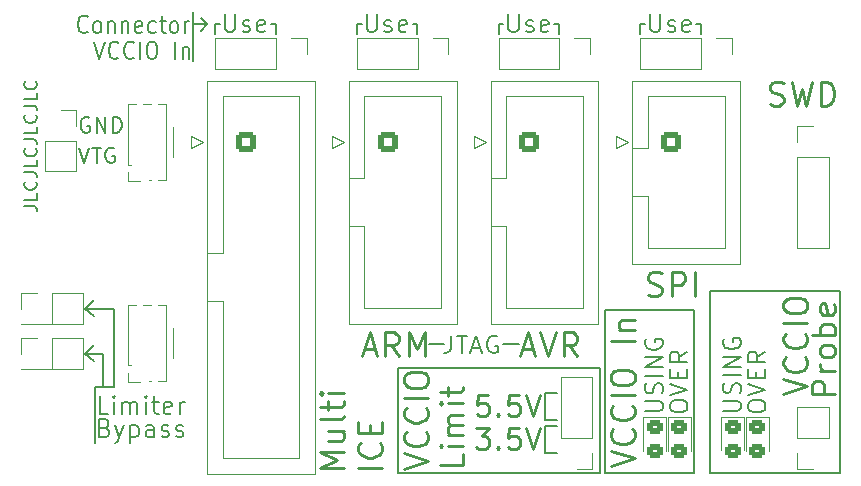
<source format=gbr>
G04 #@! TF.GenerationSoftware,KiCad,Pcbnew,(6.0.0-0)*
G04 #@! TF.CreationDate,2022-01-14T20:36:58+01:00*
G04 #@! TF.ProjectId,ATMEL-ICE-Octopus,41544d45-4c2d-4494-9345-2d4f63746f70,rev?*
G04 #@! TF.SameCoordinates,Original*
G04 #@! TF.FileFunction,Legend,Top*
G04 #@! TF.FilePolarity,Positive*
%FSLAX46Y46*%
G04 Gerber Fmt 4.6, Leading zero omitted, Abs format (unit mm)*
G04 Created by KiCad (PCBNEW (6.0.0-0)) date 2022-01-14 20:36:58*
%MOMM*%
%LPD*%
G01*
G04 APERTURE LIST*
G04 Aperture macros list*
%AMRoundRect*
0 Rectangle with rounded corners*
0 $1 Rounding radius*
0 $2 $3 $4 $5 $6 $7 $8 $9 X,Y pos of 4 corners*
0 Add a 4 corners polygon primitive as box body*
4,1,4,$2,$3,$4,$5,$6,$7,$8,$9,$2,$3,0*
0 Add four circle primitives for the rounded corners*
1,1,$1+$1,$2,$3*
1,1,$1+$1,$4,$5*
1,1,$1+$1,$6,$7*
1,1,$1+$1,$8,$9*
0 Add four rect primitives between the rounded corners*
20,1,$1+$1,$2,$3,$4,$5,0*
20,1,$1+$1,$4,$5,$6,$7,0*
20,1,$1+$1,$6,$7,$8,$9,0*
20,1,$1+$1,$8,$9,$2,$3,0*%
G04 Aperture macros list end*
%ADD10C,0.150000*%
%ADD11C,0.250000*%
%ADD12C,0.180000*%
%ADD13C,0.154000*%
%ADD14C,0.200000*%
%ADD15C,0.220000*%
%ADD16C,0.120000*%
%ADD17R,1.700000X1.700000*%
%ADD18O,1.700000X1.700000*%
%ADD19R,1.000000X1.000000*%
%ADD20O,1.000000X1.000000*%
%ADD21RoundRect,0.250000X-0.600000X-0.600000X0.600000X-0.600000X0.600000X0.600000X-0.600000X0.600000X0*%
%ADD22C,1.700000*%
%ADD23RoundRect,0.250000X-0.450000X0.325000X-0.450000X-0.325000X0.450000X-0.325000X0.450000X0.325000X0*%
G04 APERTURE END LIST*
D10*
X122900000Y-110600000D02*
X140000000Y-110600000D01*
D11*
X128404761Y-117908928D02*
X128404761Y-118861309D01*
X126404761Y-118861309D01*
X128404761Y-117242261D02*
X127071428Y-117242261D01*
X126404761Y-117242261D02*
X126500000Y-117337500D01*
X126595238Y-117242261D01*
X126500000Y-117147023D01*
X126404761Y-117242261D01*
X126595238Y-117242261D01*
X128404761Y-116289880D02*
X127071428Y-116289880D01*
X127261904Y-116289880D02*
X127166666Y-116194642D01*
X127071428Y-116004166D01*
X127071428Y-115718452D01*
X127166666Y-115527976D01*
X127357142Y-115432738D01*
X128404761Y-115432738D01*
X127357142Y-115432738D02*
X127166666Y-115337500D01*
X127071428Y-115147023D01*
X127071428Y-114861309D01*
X127166666Y-114670833D01*
X127357142Y-114575595D01*
X128404761Y-114575595D01*
X128404761Y-113623214D02*
X127071428Y-113623214D01*
X126404761Y-113623214D02*
X126500000Y-113718452D01*
X126595238Y-113623214D01*
X126500000Y-113527976D01*
X126404761Y-113623214D01*
X126595238Y-113623214D01*
X127071428Y-112956547D02*
X127071428Y-112194642D01*
X126404761Y-112670833D02*
X128119047Y-112670833D01*
X128309523Y-112575595D01*
X128404761Y-112385119D01*
X128404761Y-112194642D01*
D12*
X95870809Y-91958095D02*
X96304142Y-93258095D01*
X96737476Y-91958095D01*
X96985095Y-91958095D02*
X97727952Y-91958095D01*
X97356523Y-93258095D02*
X97356523Y-91958095D01*
X98842238Y-92020000D02*
X98718428Y-91958095D01*
X98532714Y-91958095D01*
X98347000Y-92020000D01*
X98223190Y-92143809D01*
X98161285Y-92267619D01*
X98099380Y-92515238D01*
X98099380Y-92700952D01*
X98161285Y-92948571D01*
X98223190Y-93072380D01*
X98347000Y-93196190D01*
X98532714Y-93258095D01*
X98656523Y-93258095D01*
X98842238Y-93196190D01*
X98904142Y-93134285D01*
X98904142Y-92700952D01*
X98656523Y-92700952D01*
D13*
X91197619Y-96880952D02*
X91983333Y-96880952D01*
X92140476Y-96933333D01*
X92245238Y-97038095D01*
X92297619Y-97195238D01*
X92297619Y-97300000D01*
X92297619Y-95833333D02*
X92297619Y-96357142D01*
X91197619Y-96357142D01*
X92192857Y-94838095D02*
X92245238Y-94890476D01*
X92297619Y-95047619D01*
X92297619Y-95152380D01*
X92245238Y-95309523D01*
X92140476Y-95414285D01*
X92035714Y-95466666D01*
X91826190Y-95519047D01*
X91669047Y-95519047D01*
X91459523Y-95466666D01*
X91354761Y-95414285D01*
X91250000Y-95309523D01*
X91197619Y-95152380D01*
X91197619Y-95047619D01*
X91250000Y-94890476D01*
X91302380Y-94838095D01*
X91197619Y-94052380D02*
X91983333Y-94052380D01*
X92140476Y-94104761D01*
X92245238Y-94209523D01*
X92297619Y-94366666D01*
X92297619Y-94471428D01*
X92297619Y-93004761D02*
X92297619Y-93528571D01*
X91197619Y-93528571D01*
X92192857Y-92009523D02*
X92245238Y-92061904D01*
X92297619Y-92219047D01*
X92297619Y-92323809D01*
X92245238Y-92480952D01*
X92140476Y-92585714D01*
X92035714Y-92638095D01*
X91826190Y-92690476D01*
X91669047Y-92690476D01*
X91459523Y-92638095D01*
X91354761Y-92585714D01*
X91250000Y-92480952D01*
X91197619Y-92323809D01*
X91197619Y-92219047D01*
X91250000Y-92061904D01*
X91302380Y-92009523D01*
X91197619Y-91223809D02*
X91983333Y-91223809D01*
X92140476Y-91276190D01*
X92245238Y-91380952D01*
X92297619Y-91538095D01*
X92297619Y-91642857D01*
X92297619Y-90176190D02*
X92297619Y-90700000D01*
X91197619Y-90700000D01*
X92192857Y-89180952D02*
X92245238Y-89233333D01*
X92297619Y-89390476D01*
X92297619Y-89495238D01*
X92245238Y-89652380D01*
X92140476Y-89757142D01*
X92035714Y-89809523D01*
X91826190Y-89861904D01*
X91669047Y-89861904D01*
X91459523Y-89809523D01*
X91354761Y-89757142D01*
X91250000Y-89652380D01*
X91197619Y-89495238D01*
X91197619Y-89390476D01*
X91250000Y-89233333D01*
X91302380Y-89180952D01*
X91197619Y-88395238D02*
X91983333Y-88395238D01*
X92140476Y-88447619D01*
X92245238Y-88552380D01*
X92297619Y-88709523D01*
X92297619Y-88814285D01*
X92297619Y-87347619D02*
X92297619Y-87871428D01*
X91197619Y-87871428D01*
X92192857Y-86352380D02*
X92245238Y-86404761D01*
X92297619Y-86561904D01*
X92297619Y-86666666D01*
X92245238Y-86823809D01*
X92140476Y-86928571D01*
X92035714Y-86980952D01*
X91826190Y-87033333D01*
X91669047Y-87033333D01*
X91459523Y-86980952D01*
X91354761Y-86928571D01*
X91250000Y-86823809D01*
X91197619Y-86666666D01*
X91197619Y-86561904D01*
X91250000Y-86404761D01*
X91302380Y-86352380D01*
D14*
X135300000Y-117800000D02*
X136300000Y-117800000D01*
X135300000Y-115500000D02*
X136300000Y-115500000D01*
X135300000Y-115000000D02*
X136300000Y-115000000D01*
D10*
X96400000Y-105600000D02*
X97100000Y-106200000D01*
X96400000Y-105600000D02*
X97100000Y-104900000D01*
X96400000Y-109400000D02*
X97100000Y-110000000D01*
X96400000Y-109400000D02*
X97100000Y-108700000D01*
X97200000Y-112200000D02*
X98800000Y-112200000D01*
X97200000Y-112200000D02*
X97200000Y-117000000D01*
X106700000Y-81500000D02*
X106200000Y-82100000D01*
X106700000Y-81500000D02*
X106200000Y-81000000D01*
X105600000Y-81500000D02*
X106700000Y-81500000D01*
X105500000Y-80500000D02*
X105500000Y-84600000D01*
X143800000Y-81500000D02*
X143400000Y-81500000D01*
X148500000Y-82300000D02*
X148500000Y-81500000D01*
X143400000Y-82300000D02*
X143400000Y-81500000D01*
X148500000Y-81500000D02*
X148100000Y-81500000D01*
D14*
X144221428Y-80678571D02*
X144221428Y-81892857D01*
X144292857Y-82035714D01*
X144364285Y-82107142D01*
X144507142Y-82178571D01*
X144792857Y-82178571D01*
X144935714Y-82107142D01*
X145007142Y-82035714D01*
X145078571Y-81892857D01*
X145078571Y-80678571D01*
X145721428Y-82107142D02*
X145864285Y-82178571D01*
X146150000Y-82178571D01*
X146292857Y-82107142D01*
X146364285Y-81964285D01*
X146364285Y-81892857D01*
X146292857Y-81750000D01*
X146150000Y-81678571D01*
X145935714Y-81678571D01*
X145792857Y-81607142D01*
X145721428Y-81464285D01*
X145721428Y-81392857D01*
X145792857Y-81250000D01*
X145935714Y-81178571D01*
X146150000Y-81178571D01*
X146292857Y-81250000D01*
X147578571Y-82107142D02*
X147435714Y-82178571D01*
X147150000Y-82178571D01*
X147007142Y-82107142D01*
X146935714Y-81964285D01*
X146935714Y-81392857D01*
X147007142Y-81250000D01*
X147150000Y-81178571D01*
X147435714Y-81178571D01*
X147578571Y-81250000D01*
X147650000Y-81392857D01*
X147650000Y-81535714D01*
X146935714Y-81678571D01*
D10*
X136500000Y-82300000D02*
X136500000Y-81500000D01*
X131400000Y-82300000D02*
X131400000Y-81500000D01*
X136500000Y-81500000D02*
X136100000Y-81500000D01*
X131800000Y-81500000D02*
X131400000Y-81500000D01*
D14*
X132221428Y-80678571D02*
X132221428Y-81892857D01*
X132292857Y-82035714D01*
X132364285Y-82107142D01*
X132507142Y-82178571D01*
X132792857Y-82178571D01*
X132935714Y-82107142D01*
X133007142Y-82035714D01*
X133078571Y-81892857D01*
X133078571Y-80678571D01*
X133721428Y-82107142D02*
X133864285Y-82178571D01*
X134150000Y-82178571D01*
X134292857Y-82107142D01*
X134364285Y-81964285D01*
X134364285Y-81892857D01*
X134292857Y-81750000D01*
X134150000Y-81678571D01*
X133935714Y-81678571D01*
X133792857Y-81607142D01*
X133721428Y-81464285D01*
X133721428Y-81392857D01*
X133792857Y-81250000D01*
X133935714Y-81178571D01*
X134150000Y-81178571D01*
X134292857Y-81250000D01*
X135578571Y-82107142D02*
X135435714Y-82178571D01*
X135150000Y-82178571D01*
X135007142Y-82107142D01*
X134935714Y-81964285D01*
X134935714Y-81392857D01*
X135007142Y-81250000D01*
X135150000Y-81178571D01*
X135435714Y-81178571D01*
X135578571Y-81250000D01*
X135650000Y-81392857D01*
X135650000Y-81535714D01*
X134935714Y-81678571D01*
D10*
X119800000Y-81500000D02*
X119400000Y-81500000D01*
X119400000Y-82300000D02*
X119400000Y-81500000D01*
X124500000Y-82300000D02*
X124500000Y-81500000D01*
X124500000Y-81500000D02*
X124100000Y-81500000D01*
D14*
X120221428Y-80678571D02*
X120221428Y-81892857D01*
X120292857Y-82035714D01*
X120364285Y-82107142D01*
X120507142Y-82178571D01*
X120792857Y-82178571D01*
X120935714Y-82107142D01*
X121007142Y-82035714D01*
X121078571Y-81892857D01*
X121078571Y-80678571D01*
X121721428Y-82107142D02*
X121864285Y-82178571D01*
X122150000Y-82178571D01*
X122292857Y-82107142D01*
X122364285Y-81964285D01*
X122364285Y-81892857D01*
X122292857Y-81750000D01*
X122150000Y-81678571D01*
X121935714Y-81678571D01*
X121792857Y-81607142D01*
X121721428Y-81464285D01*
X121721428Y-81392857D01*
X121792857Y-81250000D01*
X121935714Y-81178571D01*
X122150000Y-81178571D01*
X122292857Y-81250000D01*
X123578571Y-82107142D02*
X123435714Y-82178571D01*
X123150000Y-82178571D01*
X123007142Y-82107142D01*
X122935714Y-81964285D01*
X122935714Y-81392857D01*
X123007142Y-81250000D01*
X123150000Y-81178571D01*
X123435714Y-81178571D01*
X123578571Y-81250000D01*
X123650000Y-81392857D01*
X123650000Y-81535714D01*
X122935714Y-81678571D01*
D10*
X112500000Y-81500000D02*
X112100000Y-81500000D01*
X107400000Y-82300000D02*
X107400000Y-81500000D01*
D14*
X131750000Y-108600000D02*
X133100000Y-108600000D01*
D10*
X160300000Y-104100000D02*
X149300000Y-104100000D01*
X122900000Y-119500000D02*
X140000000Y-119500000D01*
X147900000Y-119500000D02*
X140400000Y-119500000D01*
X96400000Y-105600000D02*
X98800000Y-105600000D01*
X140000000Y-110600000D02*
X140000000Y-119500000D01*
D14*
X135300000Y-117800000D02*
X135300000Y-115500000D01*
D10*
X96400000Y-109400000D02*
X97900000Y-109400000D01*
D14*
X135300000Y-112700000D02*
X135300000Y-115000000D01*
D10*
X97900000Y-109400000D02*
X97900000Y-112200000D01*
X112500000Y-82300000D02*
X112500000Y-81500000D01*
X98800000Y-105600000D02*
X98800000Y-112200000D01*
X149300000Y-119500000D02*
X160300000Y-119500000D01*
D14*
X135300000Y-112700000D02*
X136300000Y-112700000D01*
D10*
X149300000Y-104100000D02*
X149300000Y-119500000D01*
D14*
X126800000Y-108600000D02*
X125500000Y-108600000D01*
D10*
X107800000Y-81500000D02*
X107400000Y-81500000D01*
X122900000Y-110600000D02*
X122900000Y-119500000D01*
X147900000Y-105700000D02*
X147900000Y-119500000D01*
X160300000Y-119500000D02*
X160300000Y-104100000D01*
X140400000Y-105700000D02*
X140400000Y-119500000D01*
X147900000Y-105700000D02*
X140400000Y-105700000D01*
D14*
X152478571Y-114014285D02*
X152478571Y-113728571D01*
X152550000Y-113585714D01*
X152692857Y-113442857D01*
X152978571Y-113371428D01*
X153478571Y-113371428D01*
X153764285Y-113442857D01*
X153907142Y-113585714D01*
X153978571Y-113728571D01*
X153978571Y-114014285D01*
X153907142Y-114157142D01*
X153764285Y-114300000D01*
X153478571Y-114371428D01*
X152978571Y-114371428D01*
X152692857Y-114300000D01*
X152550000Y-114157142D01*
X152478571Y-114014285D01*
X152478571Y-112942857D02*
X153978571Y-112442857D01*
X152478571Y-111942857D01*
X153192857Y-111442857D02*
X153192857Y-110942857D01*
X153978571Y-110728571D02*
X153978571Y-111442857D01*
X152478571Y-111442857D01*
X152478571Y-110728571D01*
X153978571Y-109228571D02*
X153264285Y-109728571D01*
X153978571Y-110085714D02*
X152478571Y-110085714D01*
X152478571Y-109514285D01*
X152550000Y-109371428D01*
X152621428Y-109300000D01*
X152764285Y-109228571D01*
X152978571Y-109228571D01*
X153121428Y-109300000D01*
X153192857Y-109371428D01*
X153264285Y-109514285D01*
X153264285Y-110085714D01*
X127350000Y-107878571D02*
X127350000Y-108950000D01*
X127278571Y-109164285D01*
X127135714Y-109307142D01*
X126921428Y-109378571D01*
X126778571Y-109378571D01*
X127850000Y-107878571D02*
X128707142Y-107878571D01*
X128278571Y-109378571D02*
X128278571Y-107878571D01*
X129135714Y-108950000D02*
X129850000Y-108950000D01*
X128992857Y-109378571D02*
X129492857Y-107878571D01*
X129992857Y-109378571D01*
X131278571Y-107950000D02*
X131135714Y-107878571D01*
X130921428Y-107878571D01*
X130707142Y-107950000D01*
X130564285Y-108092857D01*
X130492857Y-108235714D01*
X130421428Y-108521428D01*
X130421428Y-108735714D01*
X130492857Y-109021428D01*
X130564285Y-109164285D01*
X130707142Y-109307142D01*
X130921428Y-109378571D01*
X131064285Y-109378571D01*
X131278571Y-109307142D01*
X131350000Y-109235714D01*
X131350000Y-108735714D01*
X131064285Y-108735714D01*
X145878571Y-114014285D02*
X145878571Y-113728571D01*
X145950000Y-113585714D01*
X146092857Y-113442857D01*
X146378571Y-113371428D01*
X146878571Y-113371428D01*
X147164285Y-113442857D01*
X147307142Y-113585714D01*
X147378571Y-113728571D01*
X147378571Y-114014285D01*
X147307142Y-114157142D01*
X147164285Y-114300000D01*
X146878571Y-114371428D01*
X146378571Y-114371428D01*
X146092857Y-114300000D01*
X145950000Y-114157142D01*
X145878571Y-114014285D01*
X145878571Y-112942857D02*
X147378571Y-112442857D01*
X145878571Y-111942857D01*
X146592857Y-111442857D02*
X146592857Y-110942857D01*
X147378571Y-110728571D02*
X147378571Y-111442857D01*
X145878571Y-111442857D01*
X145878571Y-110728571D01*
X147378571Y-109228571D02*
X146664285Y-109728571D01*
X147378571Y-110085714D02*
X145878571Y-110085714D01*
X145878571Y-109514285D01*
X145950000Y-109371428D01*
X146021428Y-109300000D01*
X146164285Y-109228571D01*
X146378571Y-109228571D01*
X146521428Y-109300000D01*
X146592857Y-109371428D01*
X146664285Y-109514285D01*
X146664285Y-110085714D01*
D11*
X133366666Y-109033333D02*
X134319047Y-109033333D01*
X133176190Y-109604761D02*
X133842857Y-107604761D01*
X134509523Y-109604761D01*
X134890476Y-107604761D02*
X135557142Y-109604761D01*
X136223809Y-107604761D01*
X138033333Y-109604761D02*
X137366666Y-108652380D01*
X136890476Y-109604761D02*
X136890476Y-107604761D01*
X137652380Y-107604761D01*
X137842857Y-107700000D01*
X137938095Y-107795238D01*
X138033333Y-107985714D01*
X138033333Y-108271428D01*
X137938095Y-108461904D01*
X137842857Y-108557142D01*
X137652380Y-108652380D01*
X136890476Y-108652380D01*
X144052380Y-104409523D02*
X144338095Y-104504761D01*
X144814285Y-104504761D01*
X145004761Y-104409523D01*
X145100000Y-104314285D01*
X145195238Y-104123809D01*
X145195238Y-103933333D01*
X145100000Y-103742857D01*
X145004761Y-103647619D01*
X144814285Y-103552380D01*
X144433333Y-103457142D01*
X144242857Y-103361904D01*
X144147619Y-103266666D01*
X144052380Y-103076190D01*
X144052380Y-102885714D01*
X144147619Y-102695238D01*
X144242857Y-102600000D01*
X144433333Y-102504761D01*
X144909523Y-102504761D01*
X145195238Y-102600000D01*
X146052380Y-104504761D02*
X146052380Y-102504761D01*
X146814285Y-102504761D01*
X147004761Y-102600000D01*
X147100000Y-102695238D01*
X147195238Y-102885714D01*
X147195238Y-103171428D01*
X147100000Y-103361904D01*
X147004761Y-103457142D01*
X146814285Y-103552380D01*
X146052380Y-103552380D01*
X148052380Y-104504761D02*
X148052380Y-102504761D01*
X119980952Y-109033333D02*
X120933333Y-109033333D01*
X119790476Y-109604761D02*
X120457142Y-107604761D01*
X121123809Y-109604761D01*
X122933333Y-109604761D02*
X122266666Y-108652380D01*
X121790476Y-109604761D02*
X121790476Y-107604761D01*
X122552380Y-107604761D01*
X122742857Y-107700000D01*
X122838095Y-107795238D01*
X122933333Y-107985714D01*
X122933333Y-108271428D01*
X122838095Y-108461904D01*
X122742857Y-108557142D01*
X122552380Y-108652380D01*
X121790476Y-108652380D01*
X123790476Y-109604761D02*
X123790476Y-107604761D01*
X124457142Y-109033333D01*
X125123809Y-107604761D01*
X125123809Y-109604761D01*
D14*
X150378571Y-114252857D02*
X151592857Y-114252857D01*
X151735714Y-114181428D01*
X151807142Y-114110000D01*
X151878571Y-113967142D01*
X151878571Y-113681428D01*
X151807142Y-113538571D01*
X151735714Y-113467142D01*
X151592857Y-113395714D01*
X150378571Y-113395714D01*
X151807142Y-112752857D02*
X151878571Y-112538571D01*
X151878571Y-112181428D01*
X151807142Y-112038571D01*
X151735714Y-111967142D01*
X151592857Y-111895714D01*
X151450000Y-111895714D01*
X151307142Y-111967142D01*
X151235714Y-112038571D01*
X151164285Y-112181428D01*
X151092857Y-112467142D01*
X151021428Y-112610000D01*
X150950000Y-112681428D01*
X150807142Y-112752857D01*
X150664285Y-112752857D01*
X150521428Y-112681428D01*
X150450000Y-112610000D01*
X150378571Y-112467142D01*
X150378571Y-112110000D01*
X150450000Y-111895714D01*
X151878571Y-111252857D02*
X150378571Y-111252857D01*
X151878571Y-110538571D02*
X150378571Y-110538571D01*
X151878571Y-109681428D01*
X150378571Y-109681428D01*
X150450000Y-108181428D02*
X150378571Y-108324285D01*
X150378571Y-108538571D01*
X150450000Y-108752857D01*
X150592857Y-108895714D01*
X150735714Y-108967142D01*
X151021428Y-109038571D01*
X151235714Y-109038571D01*
X151521428Y-108967142D01*
X151664285Y-108895714D01*
X151807142Y-108752857D01*
X151878571Y-108538571D01*
X151878571Y-108395714D01*
X151807142Y-108181428D01*
X151735714Y-108110000D01*
X151235714Y-108110000D01*
X151235714Y-108395714D01*
D12*
X96737476Y-89450000D02*
X96613666Y-89388095D01*
X96427952Y-89388095D01*
X96242238Y-89450000D01*
X96118428Y-89573809D01*
X96056523Y-89697619D01*
X95994619Y-89945238D01*
X95994619Y-90130952D01*
X96056523Y-90378571D01*
X96118428Y-90502380D01*
X96242238Y-90626190D01*
X96427952Y-90688095D01*
X96551761Y-90688095D01*
X96737476Y-90626190D01*
X96799380Y-90564285D01*
X96799380Y-90130952D01*
X96551761Y-90130952D01*
X97356523Y-90688095D02*
X97356523Y-89388095D01*
X98099380Y-90688095D01*
X98099380Y-89388095D01*
X98718428Y-90688095D02*
X98718428Y-89388095D01*
X99027952Y-89388095D01*
X99213666Y-89450000D01*
X99337476Y-89573809D01*
X99399380Y-89697619D01*
X99461285Y-89945238D01*
X99461285Y-90130952D01*
X99399380Y-90378571D01*
X99337476Y-90502380D01*
X99213666Y-90626190D01*
X99027952Y-90688095D01*
X98718428Y-90688095D01*
D11*
X123404761Y-119147023D02*
X125404761Y-118480357D01*
X123404761Y-117813690D01*
X125214285Y-116004166D02*
X125309523Y-116099404D01*
X125404761Y-116385119D01*
X125404761Y-116575595D01*
X125309523Y-116861309D01*
X125119047Y-117051785D01*
X124928571Y-117147023D01*
X124547619Y-117242261D01*
X124261904Y-117242261D01*
X123880952Y-117147023D01*
X123690476Y-117051785D01*
X123500000Y-116861309D01*
X123404761Y-116575595D01*
X123404761Y-116385119D01*
X123500000Y-116099404D01*
X123595238Y-116004166D01*
X125214285Y-114004166D02*
X125309523Y-114099404D01*
X125404761Y-114385119D01*
X125404761Y-114575595D01*
X125309523Y-114861309D01*
X125119047Y-115051785D01*
X124928571Y-115147023D01*
X124547619Y-115242261D01*
X124261904Y-115242261D01*
X123880952Y-115147023D01*
X123690476Y-115051785D01*
X123500000Y-114861309D01*
X123404761Y-114575595D01*
X123404761Y-114385119D01*
X123500000Y-114099404D01*
X123595238Y-114004166D01*
X125404761Y-113147023D02*
X123404761Y-113147023D01*
X123404761Y-111813690D02*
X123404761Y-111432738D01*
X123500000Y-111242261D01*
X123690476Y-111051785D01*
X124071428Y-110956547D01*
X124738095Y-110956547D01*
X125119047Y-111051785D01*
X125309523Y-111242261D01*
X125404761Y-111432738D01*
X125404761Y-111813690D01*
X125309523Y-112004166D01*
X125119047Y-112194642D01*
X124738095Y-112289880D01*
X124071428Y-112289880D01*
X123690476Y-112194642D01*
X123500000Y-112004166D01*
X123404761Y-111813690D01*
D15*
X129485571Y-115714285D02*
X130599857Y-115714285D01*
X129999857Y-116400000D01*
X130257000Y-116400000D01*
X130428428Y-116485714D01*
X130514142Y-116571428D01*
X130599857Y-116742857D01*
X130599857Y-117171428D01*
X130514142Y-117342857D01*
X130428428Y-117428571D01*
X130257000Y-117514285D01*
X129742714Y-117514285D01*
X129571285Y-117428571D01*
X129485571Y-117342857D01*
X131371285Y-117342857D02*
X131457000Y-117428571D01*
X131371285Y-117514285D01*
X131285571Y-117428571D01*
X131371285Y-117342857D01*
X131371285Y-117514285D01*
X133085571Y-115714285D02*
X132228428Y-115714285D01*
X132142714Y-116571428D01*
X132228428Y-116485714D01*
X132399857Y-116400000D01*
X132828428Y-116400000D01*
X132999857Y-116485714D01*
X133085571Y-116571428D01*
X133171285Y-116742857D01*
X133171285Y-117171428D01*
X133085571Y-117342857D01*
X132999857Y-117428571D01*
X132828428Y-117514285D01*
X132399857Y-117514285D01*
X132228428Y-117428571D01*
X132142714Y-117342857D01*
X133685571Y-115714285D02*
X134285571Y-117514285D01*
X134885571Y-115714285D01*
D11*
X118294761Y-119061309D02*
X116294761Y-119061309D01*
X117723333Y-118394642D01*
X116294761Y-117727976D01*
X118294761Y-117727976D01*
X116961428Y-115918452D02*
X118294761Y-115918452D01*
X116961428Y-116775595D02*
X118009047Y-116775595D01*
X118199523Y-116680357D01*
X118294761Y-116489880D01*
X118294761Y-116204166D01*
X118199523Y-116013690D01*
X118104285Y-115918452D01*
X118294761Y-114680357D02*
X118199523Y-114870833D01*
X118009047Y-114966071D01*
X116294761Y-114966071D01*
X116961428Y-114204166D02*
X116961428Y-113442261D01*
X116294761Y-113918452D02*
X118009047Y-113918452D01*
X118199523Y-113823214D01*
X118294761Y-113632738D01*
X118294761Y-113442261D01*
X118294761Y-112775595D02*
X116961428Y-112775595D01*
X116294761Y-112775595D02*
X116390000Y-112870833D01*
X116485238Y-112775595D01*
X116390000Y-112680357D01*
X116294761Y-112775595D01*
X116485238Y-112775595D01*
X121514761Y-119061309D02*
X119514761Y-119061309D01*
X121324285Y-116966071D02*
X121419523Y-117061309D01*
X121514761Y-117347023D01*
X121514761Y-117537500D01*
X121419523Y-117823214D01*
X121229047Y-118013690D01*
X121038571Y-118108928D01*
X120657619Y-118204166D01*
X120371904Y-118204166D01*
X119990952Y-118108928D01*
X119800476Y-118013690D01*
X119610000Y-117823214D01*
X119514761Y-117537500D01*
X119514761Y-117347023D01*
X119610000Y-117061309D01*
X119705238Y-116966071D01*
X120467142Y-116108928D02*
X120467142Y-115442261D01*
X121514761Y-115156547D02*
X121514761Y-116108928D01*
X119514761Y-116108928D01*
X119514761Y-115156547D01*
D14*
X108221428Y-80678571D02*
X108221428Y-81892857D01*
X108292857Y-82035714D01*
X108364285Y-82107142D01*
X108507142Y-82178571D01*
X108792857Y-82178571D01*
X108935714Y-82107142D01*
X109007142Y-82035714D01*
X109078571Y-81892857D01*
X109078571Y-80678571D01*
X109721428Y-82107142D02*
X109864285Y-82178571D01*
X110150000Y-82178571D01*
X110292857Y-82107142D01*
X110364285Y-81964285D01*
X110364285Y-81892857D01*
X110292857Y-81750000D01*
X110150000Y-81678571D01*
X109935714Y-81678571D01*
X109792857Y-81607142D01*
X109721428Y-81464285D01*
X109721428Y-81392857D01*
X109792857Y-81250000D01*
X109935714Y-81178571D01*
X110150000Y-81178571D01*
X110292857Y-81250000D01*
X111578571Y-82107142D02*
X111435714Y-82178571D01*
X111150000Y-82178571D01*
X111007142Y-82107142D01*
X110935714Y-81964285D01*
X110935714Y-81392857D01*
X111007142Y-81250000D01*
X111150000Y-81178571D01*
X111435714Y-81178571D01*
X111578571Y-81250000D01*
X111650000Y-81392857D01*
X111650000Y-81535714D01*
X110935714Y-81678571D01*
X98314285Y-114478571D02*
X97600000Y-114478571D01*
X97600000Y-112978571D01*
X98814285Y-114478571D02*
X98814285Y-113478571D01*
X98814285Y-112978571D02*
X98742857Y-113050000D01*
X98814285Y-113121428D01*
X98885714Y-113050000D01*
X98814285Y-112978571D01*
X98814285Y-113121428D01*
X99528571Y-114478571D02*
X99528571Y-113478571D01*
X99528571Y-113621428D02*
X99600000Y-113550000D01*
X99742857Y-113478571D01*
X99957142Y-113478571D01*
X100100000Y-113550000D01*
X100171428Y-113692857D01*
X100171428Y-114478571D01*
X100171428Y-113692857D02*
X100242857Y-113550000D01*
X100385714Y-113478571D01*
X100600000Y-113478571D01*
X100742857Y-113550000D01*
X100814285Y-113692857D01*
X100814285Y-114478571D01*
X101528571Y-114478571D02*
X101528571Y-113478571D01*
X101528571Y-112978571D02*
X101457142Y-113050000D01*
X101528571Y-113121428D01*
X101600000Y-113050000D01*
X101528571Y-112978571D01*
X101528571Y-113121428D01*
X102028571Y-113478571D02*
X102600000Y-113478571D01*
X102242857Y-112978571D02*
X102242857Y-114264285D01*
X102314285Y-114407142D01*
X102457142Y-114478571D01*
X102600000Y-114478571D01*
X103671428Y-114407142D02*
X103528571Y-114478571D01*
X103242857Y-114478571D01*
X103100000Y-114407142D01*
X103028571Y-114264285D01*
X103028571Y-113692857D01*
X103100000Y-113550000D01*
X103242857Y-113478571D01*
X103528571Y-113478571D01*
X103671428Y-113550000D01*
X103742857Y-113692857D01*
X103742857Y-113835714D01*
X103028571Y-113978571D01*
X104385714Y-114478571D02*
X104385714Y-113478571D01*
X104385714Y-113764285D02*
X104457142Y-113621428D01*
X104528571Y-113550000D01*
X104671428Y-113478571D01*
X104814285Y-113478571D01*
X97153809Y-82978571D02*
X97587142Y-84478571D01*
X98020476Y-82978571D01*
X99196666Y-84335714D02*
X99134761Y-84407142D01*
X98949047Y-84478571D01*
X98825238Y-84478571D01*
X98639523Y-84407142D01*
X98515714Y-84264285D01*
X98453809Y-84121428D01*
X98391904Y-83835714D01*
X98391904Y-83621428D01*
X98453809Y-83335714D01*
X98515714Y-83192857D01*
X98639523Y-83050000D01*
X98825238Y-82978571D01*
X98949047Y-82978571D01*
X99134761Y-83050000D01*
X99196666Y-83121428D01*
X100496666Y-84335714D02*
X100434761Y-84407142D01*
X100249047Y-84478571D01*
X100125238Y-84478571D01*
X99939523Y-84407142D01*
X99815714Y-84264285D01*
X99753809Y-84121428D01*
X99691904Y-83835714D01*
X99691904Y-83621428D01*
X99753809Y-83335714D01*
X99815714Y-83192857D01*
X99939523Y-83050000D01*
X100125238Y-82978571D01*
X100249047Y-82978571D01*
X100434761Y-83050000D01*
X100496666Y-83121428D01*
X101053809Y-84478571D02*
X101053809Y-82978571D01*
X101920476Y-82978571D02*
X102168095Y-82978571D01*
X102291904Y-83050000D01*
X102415714Y-83192857D01*
X102477619Y-83478571D01*
X102477619Y-83978571D01*
X102415714Y-84264285D01*
X102291904Y-84407142D01*
X102168095Y-84478571D01*
X101920476Y-84478571D01*
X101796666Y-84407142D01*
X101672857Y-84264285D01*
X101610952Y-83978571D01*
X101610952Y-83478571D01*
X101672857Y-83192857D01*
X101796666Y-83050000D01*
X101920476Y-82978571D01*
X104025238Y-84478571D02*
X104025238Y-82978571D01*
X104644285Y-83478571D02*
X104644285Y-84478571D01*
X104644285Y-83621428D02*
X104706190Y-83550000D01*
X104830000Y-83478571D01*
X105015714Y-83478571D01*
X105139523Y-83550000D01*
X105201428Y-83692857D01*
X105201428Y-84478571D01*
X96582380Y-82135714D02*
X96520476Y-82207142D01*
X96334761Y-82278571D01*
X96210952Y-82278571D01*
X96025238Y-82207142D01*
X95901428Y-82064285D01*
X95839523Y-81921428D01*
X95777619Y-81635714D01*
X95777619Y-81421428D01*
X95839523Y-81135714D01*
X95901428Y-80992857D01*
X96025238Y-80850000D01*
X96210952Y-80778571D01*
X96334761Y-80778571D01*
X96520476Y-80850000D01*
X96582380Y-80921428D01*
X97325238Y-82278571D02*
X97201428Y-82207142D01*
X97139523Y-82135714D01*
X97077619Y-81992857D01*
X97077619Y-81564285D01*
X97139523Y-81421428D01*
X97201428Y-81350000D01*
X97325238Y-81278571D01*
X97510952Y-81278571D01*
X97634761Y-81350000D01*
X97696666Y-81421428D01*
X97758571Y-81564285D01*
X97758571Y-81992857D01*
X97696666Y-82135714D01*
X97634761Y-82207142D01*
X97510952Y-82278571D01*
X97325238Y-82278571D01*
X98315714Y-81278571D02*
X98315714Y-82278571D01*
X98315714Y-81421428D02*
X98377619Y-81350000D01*
X98501428Y-81278571D01*
X98687142Y-81278571D01*
X98810952Y-81350000D01*
X98872857Y-81492857D01*
X98872857Y-82278571D01*
X99491904Y-81278571D02*
X99491904Y-82278571D01*
X99491904Y-81421428D02*
X99553809Y-81350000D01*
X99677619Y-81278571D01*
X99863333Y-81278571D01*
X99987142Y-81350000D01*
X100049047Y-81492857D01*
X100049047Y-82278571D01*
X101163333Y-82207142D02*
X101039523Y-82278571D01*
X100791904Y-82278571D01*
X100668095Y-82207142D01*
X100606190Y-82064285D01*
X100606190Y-81492857D01*
X100668095Y-81350000D01*
X100791904Y-81278571D01*
X101039523Y-81278571D01*
X101163333Y-81350000D01*
X101225238Y-81492857D01*
X101225238Y-81635714D01*
X100606190Y-81778571D01*
X102339523Y-82207142D02*
X102215714Y-82278571D01*
X101968095Y-82278571D01*
X101844285Y-82207142D01*
X101782380Y-82135714D01*
X101720476Y-81992857D01*
X101720476Y-81564285D01*
X101782380Y-81421428D01*
X101844285Y-81350000D01*
X101968095Y-81278571D01*
X102215714Y-81278571D01*
X102339523Y-81350000D01*
X102710952Y-81278571D02*
X103206190Y-81278571D01*
X102896666Y-80778571D02*
X102896666Y-82064285D01*
X102958571Y-82207142D01*
X103082380Y-82278571D01*
X103206190Y-82278571D01*
X103825238Y-82278571D02*
X103701428Y-82207142D01*
X103639523Y-82135714D01*
X103577619Y-81992857D01*
X103577619Y-81564285D01*
X103639523Y-81421428D01*
X103701428Y-81350000D01*
X103825238Y-81278571D01*
X104010952Y-81278571D01*
X104134761Y-81350000D01*
X104196666Y-81421428D01*
X104258571Y-81564285D01*
X104258571Y-81992857D01*
X104196666Y-82135714D01*
X104134761Y-82207142D01*
X104010952Y-82278571D01*
X103825238Y-82278571D01*
X104815714Y-82278571D02*
X104815714Y-81278571D01*
X104815714Y-81564285D02*
X104877619Y-81421428D01*
X104939523Y-81350000D01*
X105063333Y-81278571D01*
X105187142Y-81278571D01*
D15*
X130514142Y-112914285D02*
X129657000Y-112914285D01*
X129571285Y-113771428D01*
X129657000Y-113685714D01*
X129828428Y-113600000D01*
X130257000Y-113600000D01*
X130428428Y-113685714D01*
X130514142Y-113771428D01*
X130599857Y-113942857D01*
X130599857Y-114371428D01*
X130514142Y-114542857D01*
X130428428Y-114628571D01*
X130257000Y-114714285D01*
X129828428Y-114714285D01*
X129657000Y-114628571D01*
X129571285Y-114542857D01*
X131371285Y-114542857D02*
X131457000Y-114628571D01*
X131371285Y-114714285D01*
X131285571Y-114628571D01*
X131371285Y-114542857D01*
X131371285Y-114714285D01*
X133085571Y-112914285D02*
X132228428Y-112914285D01*
X132142714Y-113771428D01*
X132228428Y-113685714D01*
X132399857Y-113600000D01*
X132828428Y-113600000D01*
X132999857Y-113685714D01*
X133085571Y-113771428D01*
X133171285Y-113942857D01*
X133171285Y-114371428D01*
X133085571Y-114542857D01*
X132999857Y-114628571D01*
X132828428Y-114714285D01*
X132399857Y-114714285D01*
X132228428Y-114628571D01*
X132142714Y-114542857D01*
X133685571Y-112914285D02*
X134285571Y-114714285D01*
X134885571Y-112914285D01*
D11*
X140904761Y-118947023D02*
X142904761Y-118280357D01*
X140904761Y-117613690D01*
X142714285Y-115804166D02*
X142809523Y-115899404D01*
X142904761Y-116185119D01*
X142904761Y-116375595D01*
X142809523Y-116661309D01*
X142619047Y-116851785D01*
X142428571Y-116947023D01*
X142047619Y-117042261D01*
X141761904Y-117042261D01*
X141380952Y-116947023D01*
X141190476Y-116851785D01*
X141000000Y-116661309D01*
X140904761Y-116375595D01*
X140904761Y-116185119D01*
X141000000Y-115899404D01*
X141095238Y-115804166D01*
X142714285Y-113804166D02*
X142809523Y-113899404D01*
X142904761Y-114185119D01*
X142904761Y-114375595D01*
X142809523Y-114661309D01*
X142619047Y-114851785D01*
X142428571Y-114947023D01*
X142047619Y-115042261D01*
X141761904Y-115042261D01*
X141380952Y-114947023D01*
X141190476Y-114851785D01*
X141000000Y-114661309D01*
X140904761Y-114375595D01*
X140904761Y-114185119D01*
X141000000Y-113899404D01*
X141095238Y-113804166D01*
X142904761Y-112947023D02*
X140904761Y-112947023D01*
X140904761Y-111613690D02*
X140904761Y-111232738D01*
X141000000Y-111042261D01*
X141190476Y-110851785D01*
X141571428Y-110756547D01*
X142238095Y-110756547D01*
X142619047Y-110851785D01*
X142809523Y-111042261D01*
X142904761Y-111232738D01*
X142904761Y-111613690D01*
X142809523Y-111804166D01*
X142619047Y-111994642D01*
X142238095Y-112089880D01*
X141571428Y-112089880D01*
X141190476Y-111994642D01*
X141000000Y-111804166D01*
X140904761Y-111613690D01*
X142904761Y-108375595D02*
X140904761Y-108375595D01*
X141571428Y-107423214D02*
X142904761Y-107423214D01*
X141761904Y-107423214D02*
X141666666Y-107327976D01*
X141571428Y-107137500D01*
X141571428Y-106851785D01*
X141666666Y-106661309D01*
X141857142Y-106566071D01*
X142904761Y-106566071D01*
X154385714Y-88309523D02*
X154671428Y-88404761D01*
X155147619Y-88404761D01*
X155338095Y-88309523D01*
X155433333Y-88214285D01*
X155528571Y-88023809D01*
X155528571Y-87833333D01*
X155433333Y-87642857D01*
X155338095Y-87547619D01*
X155147619Y-87452380D01*
X154766666Y-87357142D01*
X154576190Y-87261904D01*
X154480952Y-87166666D01*
X154385714Y-86976190D01*
X154385714Y-86785714D01*
X154480952Y-86595238D01*
X154576190Y-86500000D01*
X154766666Y-86404761D01*
X155242857Y-86404761D01*
X155528571Y-86500000D01*
X156195238Y-86404761D02*
X156671428Y-88404761D01*
X157052380Y-86976190D01*
X157433333Y-88404761D01*
X157909523Y-86404761D01*
X158671428Y-88404761D02*
X158671428Y-86404761D01*
X159147619Y-86404761D01*
X159433333Y-86500000D01*
X159623809Y-86690476D01*
X159719047Y-86880952D01*
X159814285Y-87261904D01*
X159814285Y-87547619D01*
X159719047Y-87928571D01*
X159623809Y-88119047D01*
X159433333Y-88309523D01*
X159147619Y-88404761D01*
X158671428Y-88404761D01*
X155504761Y-112847023D02*
X157504761Y-112180357D01*
X155504761Y-111513690D01*
X157314285Y-109704166D02*
X157409523Y-109799404D01*
X157504761Y-110085119D01*
X157504761Y-110275595D01*
X157409523Y-110561309D01*
X157219047Y-110751785D01*
X157028571Y-110847023D01*
X156647619Y-110942261D01*
X156361904Y-110942261D01*
X155980952Y-110847023D01*
X155790476Y-110751785D01*
X155600000Y-110561309D01*
X155504761Y-110275595D01*
X155504761Y-110085119D01*
X155600000Y-109799404D01*
X155695238Y-109704166D01*
X157314285Y-107704166D02*
X157409523Y-107799404D01*
X157504761Y-108085119D01*
X157504761Y-108275595D01*
X157409523Y-108561309D01*
X157219047Y-108751785D01*
X157028571Y-108847023D01*
X156647619Y-108942261D01*
X156361904Y-108942261D01*
X155980952Y-108847023D01*
X155790476Y-108751785D01*
X155600000Y-108561309D01*
X155504761Y-108275595D01*
X155504761Y-108085119D01*
X155600000Y-107799404D01*
X155695238Y-107704166D01*
X157504761Y-106847023D02*
X155504761Y-106847023D01*
X155504761Y-105513690D02*
X155504761Y-105132738D01*
X155600000Y-104942261D01*
X155790476Y-104751785D01*
X156171428Y-104656547D01*
X156838095Y-104656547D01*
X157219047Y-104751785D01*
X157409523Y-104942261D01*
X157504761Y-105132738D01*
X157504761Y-105513690D01*
X157409523Y-105704166D01*
X157219047Y-105894642D01*
X156838095Y-105989880D01*
X156171428Y-105989880D01*
X155790476Y-105894642D01*
X155600000Y-105704166D01*
X155504761Y-105513690D01*
D14*
X143778571Y-114277857D02*
X144992857Y-114277857D01*
X145135714Y-114206428D01*
X145207142Y-114135000D01*
X145278571Y-113992142D01*
X145278571Y-113706428D01*
X145207142Y-113563571D01*
X145135714Y-113492142D01*
X144992857Y-113420714D01*
X143778571Y-113420714D01*
X145207142Y-112777857D02*
X145278571Y-112563571D01*
X145278571Y-112206428D01*
X145207142Y-112063571D01*
X145135714Y-111992142D01*
X144992857Y-111920714D01*
X144850000Y-111920714D01*
X144707142Y-111992142D01*
X144635714Y-112063571D01*
X144564285Y-112206428D01*
X144492857Y-112492142D01*
X144421428Y-112635000D01*
X144350000Y-112706428D01*
X144207142Y-112777857D01*
X144064285Y-112777857D01*
X143921428Y-112706428D01*
X143850000Y-112635000D01*
X143778571Y-112492142D01*
X143778571Y-112135000D01*
X143850000Y-111920714D01*
X145278571Y-111277857D02*
X143778571Y-111277857D01*
X145278571Y-110563571D02*
X143778571Y-110563571D01*
X145278571Y-109706428D01*
X143778571Y-109706428D01*
X143850000Y-108206428D02*
X143778571Y-108349285D01*
X143778571Y-108563571D01*
X143850000Y-108777857D01*
X143992857Y-108920714D01*
X144135714Y-108992142D01*
X144421428Y-109063571D01*
X144635714Y-109063571D01*
X144921428Y-108992142D01*
X145064285Y-108920714D01*
X145207142Y-108777857D01*
X145278571Y-108563571D01*
X145278571Y-108420714D01*
X145207142Y-108206428D01*
X145135714Y-108135000D01*
X144635714Y-108135000D01*
X144635714Y-108420714D01*
D11*
X159904761Y-112861309D02*
X157904761Y-112861309D01*
X157904761Y-112099404D01*
X158000000Y-111908928D01*
X158095238Y-111813690D01*
X158285714Y-111718452D01*
X158571428Y-111718452D01*
X158761904Y-111813690D01*
X158857142Y-111908928D01*
X158952380Y-112099404D01*
X158952380Y-112861309D01*
X159904761Y-110861309D02*
X158571428Y-110861309D01*
X158952380Y-110861309D02*
X158761904Y-110766071D01*
X158666666Y-110670833D01*
X158571428Y-110480357D01*
X158571428Y-110289880D01*
X159904761Y-109337500D02*
X159809523Y-109527976D01*
X159714285Y-109623214D01*
X159523809Y-109718452D01*
X158952380Y-109718452D01*
X158761904Y-109623214D01*
X158666666Y-109527976D01*
X158571428Y-109337500D01*
X158571428Y-109051785D01*
X158666666Y-108861309D01*
X158761904Y-108766071D01*
X158952380Y-108670833D01*
X159523809Y-108670833D01*
X159714285Y-108766071D01*
X159809523Y-108861309D01*
X159904761Y-109051785D01*
X159904761Y-109337500D01*
X159904761Y-107813690D02*
X157904761Y-107813690D01*
X158666666Y-107813690D02*
X158571428Y-107623214D01*
X158571428Y-107242261D01*
X158666666Y-107051785D01*
X158761904Y-106956547D01*
X158952380Y-106861309D01*
X159523809Y-106861309D01*
X159714285Y-106956547D01*
X159809523Y-107051785D01*
X159904761Y-107242261D01*
X159904761Y-107623214D01*
X159809523Y-107813690D01*
X159809523Y-105242261D02*
X159904761Y-105432738D01*
X159904761Y-105813690D01*
X159809523Y-106004166D01*
X159619047Y-106099404D01*
X158857142Y-106099404D01*
X158666666Y-106004166D01*
X158571428Y-105813690D01*
X158571428Y-105432738D01*
X158666666Y-105242261D01*
X158857142Y-105147023D01*
X159047619Y-105147023D01*
X159238095Y-106099404D01*
D14*
X98064285Y-115692857D02*
X98278571Y-115764285D01*
X98350000Y-115835714D01*
X98421428Y-115978571D01*
X98421428Y-116192857D01*
X98350000Y-116335714D01*
X98278571Y-116407142D01*
X98135714Y-116478571D01*
X97564285Y-116478571D01*
X97564285Y-114978571D01*
X98064285Y-114978571D01*
X98207142Y-115050000D01*
X98278571Y-115121428D01*
X98350000Y-115264285D01*
X98350000Y-115407142D01*
X98278571Y-115550000D01*
X98207142Y-115621428D01*
X98064285Y-115692857D01*
X97564285Y-115692857D01*
X98921428Y-115478571D02*
X99278571Y-116478571D01*
X99635714Y-115478571D02*
X99278571Y-116478571D01*
X99135714Y-116835714D01*
X99064285Y-116907142D01*
X98921428Y-116978571D01*
X100207142Y-115478571D02*
X100207142Y-116978571D01*
X100207142Y-115550000D02*
X100350000Y-115478571D01*
X100635714Y-115478571D01*
X100778571Y-115550000D01*
X100850000Y-115621428D01*
X100921428Y-115764285D01*
X100921428Y-116192857D01*
X100850000Y-116335714D01*
X100778571Y-116407142D01*
X100635714Y-116478571D01*
X100350000Y-116478571D01*
X100207142Y-116407142D01*
X102207142Y-116478571D02*
X102207142Y-115692857D01*
X102135714Y-115550000D01*
X101992857Y-115478571D01*
X101707142Y-115478571D01*
X101564285Y-115550000D01*
X102207142Y-116407142D02*
X102064285Y-116478571D01*
X101707142Y-116478571D01*
X101564285Y-116407142D01*
X101492857Y-116264285D01*
X101492857Y-116121428D01*
X101564285Y-115978571D01*
X101707142Y-115907142D01*
X102064285Y-115907142D01*
X102207142Y-115835714D01*
X102850000Y-116407142D02*
X102992857Y-116478571D01*
X103278571Y-116478571D01*
X103421428Y-116407142D01*
X103492857Y-116264285D01*
X103492857Y-116192857D01*
X103421428Y-116050000D01*
X103278571Y-115978571D01*
X103064285Y-115978571D01*
X102921428Y-115907142D01*
X102850000Y-115764285D01*
X102850000Y-115692857D01*
X102921428Y-115550000D01*
X103064285Y-115478571D01*
X103278571Y-115478571D01*
X103421428Y-115550000D01*
X104064285Y-116407142D02*
X104207142Y-116478571D01*
X104492857Y-116478571D01*
X104635714Y-116407142D01*
X104707142Y-116264285D01*
X104707142Y-116192857D01*
X104635714Y-116050000D01*
X104492857Y-115978571D01*
X104278571Y-115978571D01*
X104135714Y-115907142D01*
X104064285Y-115764285D01*
X104064285Y-115692857D01*
X104135714Y-115550000D01*
X104278571Y-115478571D01*
X104492857Y-115478571D01*
X104635714Y-115550000D01*
D16*
G04 #@! TO.C,JP1*
X93570000Y-104270000D02*
X96170000Y-104270000D01*
X90970000Y-106870000D02*
X90970000Y-106930000D01*
X90970000Y-106930000D02*
X96170000Y-106930000D01*
X96170000Y-104270000D02*
X96170000Y-106930000D01*
X93570000Y-106870000D02*
X93570000Y-104270000D01*
X90970000Y-106870000D02*
X93570000Y-106870000D01*
X90970000Y-104270000D02*
X92300000Y-104270000D01*
X90970000Y-105600000D02*
X90970000Y-104270000D01*
G04 #@! TO.C,J1*
X101962470Y-111735000D02*
X101760000Y-111735000D01*
X101962470Y-105265000D02*
X101307530Y-105265000D01*
X100050000Y-110405000D02*
X100050000Y-105265000D01*
X101000000Y-111800000D02*
X100050000Y-111800000D01*
X100050000Y-111800000D02*
X100050000Y-111040000D01*
X100240000Y-110405000D02*
X100050000Y-110405000D01*
X103220000Y-105265000D02*
X102577530Y-105265000D01*
X103220000Y-111735000D02*
X103220000Y-105265000D01*
X103220000Y-111735000D02*
X102577530Y-111735000D01*
X100692470Y-105265000D02*
X100050000Y-105265000D01*
X103800000Y-109770000D02*
X103800000Y-107230000D01*
G04 #@! TO.C,J12*
X117320000Y-91000000D02*
X117320000Y-92000000D01*
X120020000Y-94530000D02*
X120020000Y-87590000D01*
X126520000Y-87590000D02*
X126520000Y-105570000D01*
X126520000Y-105570000D02*
X120020000Y-105570000D01*
X120020000Y-105570000D02*
X120020000Y-98630000D01*
X118710000Y-106870000D02*
X118710000Y-86290000D01*
X127830000Y-106870000D02*
X118710000Y-106870000D01*
X120020000Y-98630000D02*
X120020000Y-98630000D01*
X118710000Y-94530000D02*
X120020000Y-94530000D01*
X120020000Y-98630000D02*
X118710000Y-98630000D01*
X127830000Y-86290000D02*
X127830000Y-106870000D01*
X118320000Y-91500000D02*
X117320000Y-91000000D01*
X117320000Y-92000000D02*
X118320000Y-91500000D01*
X120020000Y-87590000D02*
X126520000Y-87590000D01*
X118710000Y-86290000D02*
X127830000Y-86290000D01*
G04 #@! TO.C,J8*
X95630000Y-91370000D02*
X95630000Y-93970000D01*
X92970000Y-91370000D02*
X95630000Y-91370000D01*
X92970000Y-93970000D02*
X95630000Y-93970000D01*
X92970000Y-91370000D02*
X92970000Y-93970000D01*
X95630000Y-88770000D02*
X95630000Y-90100000D01*
X94300000Y-88770000D02*
X95630000Y-88770000D01*
G04 #@! TO.C,J16*
X159330000Y-113930000D02*
X156670000Y-113930000D01*
X156670000Y-116530000D02*
X156670000Y-113930000D01*
X156670000Y-119130000D02*
X156670000Y-117800000D01*
X159330000Y-116530000D02*
X159330000Y-113930000D01*
X159330000Y-116530000D02*
X156670000Y-116530000D01*
X158000000Y-119130000D02*
X156670000Y-119130000D01*
G04 #@! TO.C,J21*
X112540000Y-82670000D02*
X107400000Y-82670000D01*
X107400000Y-82670000D02*
X107400000Y-85330000D01*
X112540000Y-82670000D02*
X112540000Y-85330000D01*
X115140000Y-82670000D02*
X115140000Y-84000000D01*
X112540000Y-85330000D02*
X107400000Y-85330000D01*
X113810000Y-82670000D02*
X115140000Y-82670000D01*
G04 #@! TO.C,J2*
X100050000Y-94800000D02*
X100050000Y-94040000D01*
X100240000Y-93405000D02*
X100050000Y-93405000D01*
X100050000Y-93405000D02*
X100050000Y-88265000D01*
X103220000Y-88265000D02*
X102577530Y-88265000D01*
X101962470Y-88265000D02*
X101307530Y-88265000D01*
X100692470Y-88265000D02*
X100050000Y-88265000D01*
X101000000Y-94800000D02*
X100050000Y-94800000D01*
X101962470Y-94735000D02*
X101760000Y-94735000D01*
X103220000Y-94735000D02*
X102577530Y-94735000D01*
X103800000Y-92770000D02*
X103800000Y-90230000D01*
X103220000Y-94735000D02*
X103220000Y-88265000D01*
G04 #@! TO.C,D12*
X154260000Y-114765000D02*
X152340000Y-114765000D01*
X152340000Y-114765000D02*
X152340000Y-117625000D01*
X154260000Y-117625000D02*
X154260000Y-114765000D01*
G04 #@! TO.C,J14*
X150520000Y-87590000D02*
X150520000Y-100490000D01*
X142710000Y-101790000D02*
X142710000Y-86290000D01*
X151830000Y-101790000D02*
X142710000Y-101790000D01*
X150520000Y-100490000D02*
X144020000Y-100490000D01*
X151830000Y-86290000D02*
X151830000Y-101790000D01*
X141320000Y-91000000D02*
X141320000Y-92000000D01*
X144020000Y-96090000D02*
X142710000Y-96090000D01*
X144020000Y-87590000D02*
X150520000Y-87590000D01*
X144020000Y-96090000D02*
X144020000Y-96090000D01*
X144020000Y-100490000D02*
X144020000Y-96090000D01*
X142710000Y-91990000D02*
X144020000Y-91990000D01*
X144020000Y-91990000D02*
X144020000Y-87590000D01*
X141320000Y-92000000D02*
X142320000Y-91500000D01*
X142320000Y-91500000D02*
X141320000Y-91000000D01*
X142710000Y-86290000D02*
X151830000Y-86290000D01*
G04 #@! TO.C,J11*
X114520000Y-118270000D02*
X108020000Y-118270000D01*
X115830000Y-119570000D02*
X106710000Y-119570000D01*
X115830000Y-86290000D02*
X115830000Y-119570000D01*
X114520000Y-87590000D02*
X114520000Y-118270000D01*
X108020000Y-87590000D02*
X114520000Y-87590000D01*
X105320000Y-91000000D02*
X105320000Y-92000000D01*
X106320000Y-91500000D02*
X105320000Y-91000000D01*
X105320000Y-92000000D02*
X106320000Y-91500000D01*
X106710000Y-100880000D02*
X108020000Y-100880000D01*
X106710000Y-86290000D02*
X115830000Y-86290000D01*
X108020000Y-118270000D02*
X108020000Y-104980000D01*
X108020000Y-100880000D02*
X108020000Y-87590000D01*
X108020000Y-104980000D02*
X108020000Y-104980000D01*
X106710000Y-119570000D02*
X106710000Y-86290000D01*
X108020000Y-104980000D02*
X106710000Y-104980000D01*
G04 #@! TO.C,J23*
X136540000Y-85330000D02*
X131400000Y-85330000D01*
X131400000Y-82670000D02*
X131400000Y-85330000D01*
X137810000Y-82670000D02*
X139140000Y-82670000D01*
X136540000Y-82670000D02*
X136540000Y-85330000D01*
X139140000Y-82670000D02*
X139140000Y-84000000D01*
X136540000Y-82670000D02*
X131400000Y-82670000D01*
G04 #@! TO.C,D28*
X147660000Y-114765000D02*
X145740000Y-114765000D01*
X145740000Y-114765000D02*
X145740000Y-117625000D01*
X147660000Y-117625000D02*
X147660000Y-114765000D01*
G04 #@! TO.C,JP2*
X93570000Y-108070000D02*
X96170000Y-108070000D01*
X90970000Y-109400000D02*
X90970000Y-108070000D01*
X90970000Y-110730000D02*
X96170000Y-110730000D01*
X90970000Y-110670000D02*
X93570000Y-110670000D01*
X96170000Y-108070000D02*
X96170000Y-110730000D01*
X93570000Y-110670000D02*
X93570000Y-108070000D01*
X90970000Y-110670000D02*
X90970000Y-110730000D01*
X90970000Y-108070000D02*
X92300000Y-108070000D01*
G04 #@! TO.C,J13*
X130710000Y-106870000D02*
X130710000Y-86290000D01*
X132020000Y-94530000D02*
X132020000Y-87590000D01*
X130710000Y-94530000D02*
X132020000Y-94530000D01*
X138520000Y-105570000D02*
X132020000Y-105570000D01*
X139830000Y-86290000D02*
X139830000Y-106870000D01*
X132020000Y-98630000D02*
X130710000Y-98630000D01*
X132020000Y-87590000D02*
X138520000Y-87590000D01*
X132020000Y-105570000D02*
X132020000Y-98630000D01*
X130320000Y-91500000D02*
X129320000Y-91000000D01*
X129320000Y-91000000D02*
X129320000Y-92000000D01*
X129320000Y-92000000D02*
X130320000Y-91500000D01*
X130710000Y-86290000D02*
X139830000Y-86290000D01*
X139830000Y-106870000D02*
X130710000Y-106870000D01*
X132020000Y-98630000D02*
X132020000Y-98630000D01*
X138520000Y-87590000D02*
X138520000Y-105570000D01*
G04 #@! TO.C,D11*
X152160000Y-117600000D02*
X152160000Y-114740000D01*
X150240000Y-114740000D02*
X150240000Y-117600000D01*
X152160000Y-114740000D02*
X150240000Y-114740000D01*
G04 #@! TO.C,D26*
X143640000Y-114765000D02*
X143640000Y-117625000D01*
X145560000Y-117625000D02*
X145560000Y-114765000D01*
X145560000Y-114765000D02*
X143640000Y-114765000D01*
G04 #@! TO.C,J15*
X156670000Y-92770000D02*
X159330000Y-92770000D01*
X156670000Y-90170000D02*
X158000000Y-90170000D01*
X156670000Y-100450000D02*
X159330000Y-100450000D01*
X156670000Y-91500000D02*
X156670000Y-90170000D01*
X156670000Y-92770000D02*
X156670000Y-100450000D01*
X159330000Y-92770000D02*
X159330000Y-100450000D01*
G04 #@! TO.C,J24*
X148540000Y-85330000D02*
X143400000Y-85330000D01*
X148540000Y-82670000D02*
X148540000Y-85330000D01*
X143400000Y-82670000D02*
X143400000Y-85330000D01*
X149810000Y-82670000D02*
X151140000Y-82670000D01*
X148540000Y-82670000D02*
X143400000Y-82670000D01*
X151140000Y-82670000D02*
X151140000Y-84000000D01*
G04 #@! TO.C,J9*
X139330000Y-119130000D02*
X138000000Y-119130000D01*
X136670000Y-116530000D02*
X136670000Y-111390000D01*
X139330000Y-116530000D02*
X139330000Y-111390000D01*
X139330000Y-111390000D02*
X136670000Y-111390000D01*
X139330000Y-116530000D02*
X136670000Y-116530000D01*
X139330000Y-117800000D02*
X139330000Y-119130000D01*
G04 #@! TO.C,J22*
X124540000Y-82670000D02*
X124540000Y-85330000D01*
X124540000Y-85330000D02*
X119400000Y-85330000D01*
X127140000Y-82670000D02*
X127140000Y-84000000D01*
X124540000Y-82670000D02*
X119400000Y-82670000D01*
X119400000Y-82670000D02*
X119400000Y-85330000D01*
X125810000Y-82670000D02*
X127140000Y-82670000D01*
G04 #@! TD*
%LPC*%
D17*
G04 #@! TO.C,JP1*
X92300000Y-105600000D03*
D18*
X94840000Y-105600000D03*
G04 #@! TD*
D19*
G04 #@! TO.C,J1*
X101000000Y-111040000D03*
D20*
X102270000Y-111040000D03*
X101000000Y-109770000D03*
X102270000Y-109770000D03*
X101000000Y-108500000D03*
X102270000Y-108500000D03*
X101000000Y-107230000D03*
X102270000Y-107230000D03*
X101000000Y-105960000D03*
X102270000Y-105960000D03*
G04 #@! TD*
D21*
G04 #@! TO.C,J12*
X122000000Y-91500000D03*
D22*
X124540000Y-91500000D03*
X122000000Y-94040000D03*
X124540000Y-94040000D03*
X122000000Y-96580000D03*
X124540000Y-96580000D03*
X124540000Y-99120000D03*
X122000000Y-101660000D03*
X124540000Y-101660000D03*
G04 #@! TD*
D17*
G04 #@! TO.C,J8*
X94300000Y-90100000D03*
D18*
X94300000Y-92640000D03*
G04 #@! TD*
D17*
G04 #@! TO.C,J3*
X94325000Y-101270000D03*
D18*
X91785000Y-101270000D03*
X94325000Y-98730000D03*
X91785000Y-98730000D03*
G04 #@! TD*
D17*
G04 #@! TO.C,J16*
X158000000Y-117800000D03*
D18*
X158000000Y-115260000D03*
G04 #@! TD*
D17*
G04 #@! TO.C,J21*
X113810000Y-84000000D03*
D18*
X111270000Y-84000000D03*
X108730000Y-84000000D03*
G04 #@! TD*
D19*
G04 #@! TO.C,J2*
X101000000Y-94040000D03*
D20*
X102270000Y-94040000D03*
X101000000Y-92770000D03*
X102270000Y-92770000D03*
X101000000Y-91500000D03*
X102270000Y-91500000D03*
X101000000Y-90230000D03*
X102270000Y-90230000D03*
X101000000Y-88960000D03*
X102270000Y-88960000D03*
G04 #@! TD*
D23*
G04 #@! TO.C,D12*
X153300000Y-115600000D03*
X153300000Y-117650000D03*
G04 #@! TD*
D17*
G04 #@! TO.C,J5*
X94325000Y-84760000D03*
D18*
X91785000Y-84760000D03*
X94325000Y-82220000D03*
X91785000Y-82220000D03*
G04 #@! TD*
D17*
G04 #@! TO.C,J4*
X94325000Y-117780000D03*
D18*
X91785000Y-117780000D03*
X94325000Y-115240000D03*
X91785000Y-115240000D03*
G04 #@! TD*
D21*
G04 #@! TO.C,J14*
X146000000Y-91500000D03*
D22*
X148540000Y-91500000D03*
X146000000Y-94040000D03*
X148540000Y-94040000D03*
X146000000Y-96580000D03*
X148540000Y-96580000D03*
G04 #@! TD*
D21*
G04 #@! TO.C,J11*
X110000000Y-91500000D03*
D22*
X112540000Y-91500000D03*
X110000000Y-94040000D03*
X112540000Y-94040000D03*
X110000000Y-96580000D03*
X112540000Y-96580000D03*
X110000000Y-99120000D03*
X112540000Y-99120000D03*
X110000000Y-101660000D03*
X112540000Y-101660000D03*
X110000000Y-104200000D03*
X112540000Y-104200000D03*
X110000000Y-106740000D03*
X112540000Y-106740000D03*
X110000000Y-109280000D03*
X112540000Y-109280000D03*
X110000000Y-111820000D03*
X112540000Y-111820000D03*
X110000000Y-114360000D03*
X112540000Y-114360000D03*
G04 #@! TD*
D17*
G04 #@! TO.C,J23*
X137810000Y-84000000D03*
D18*
X135270000Y-84000000D03*
X132730000Y-84000000D03*
G04 #@! TD*
D23*
G04 #@! TO.C,D28*
X146700000Y-115600000D03*
X146700000Y-117650000D03*
G04 #@! TD*
D17*
G04 #@! TO.C,JP2*
X92300000Y-109400000D03*
D18*
X94840000Y-109400000D03*
G04 #@! TD*
D21*
G04 #@! TO.C,J13*
X134000000Y-91500000D03*
D22*
X136540000Y-91500000D03*
X134000000Y-94040000D03*
X136540000Y-94040000D03*
X134000000Y-96580000D03*
X136540000Y-96580000D03*
X136540000Y-99120000D03*
X134000000Y-101660000D03*
X136540000Y-101660000D03*
G04 #@! TD*
D23*
G04 #@! TO.C,D11*
X151200000Y-115575000D03*
X151200000Y-117625000D03*
G04 #@! TD*
G04 #@! TO.C,D26*
X144600000Y-115600000D03*
X144600000Y-117650000D03*
G04 #@! TD*
D17*
G04 #@! TO.C,J15*
X158000000Y-91500000D03*
D18*
X158000000Y-94040000D03*
X158000000Y-96580000D03*
X158000000Y-99120000D03*
G04 #@! TD*
D17*
G04 #@! TO.C,J24*
X149810000Y-84000000D03*
D18*
X147270000Y-84000000D03*
X144730000Y-84000000D03*
G04 #@! TD*
D17*
G04 #@! TO.C,J9*
X138000000Y-117800000D03*
D18*
X138000000Y-115260000D03*
X138000000Y-112720000D03*
G04 #@! TD*
D17*
G04 #@! TO.C,J22*
X125810000Y-84000000D03*
D18*
X123270000Y-84000000D03*
X120730000Y-84000000D03*
G04 #@! TD*
M02*

</source>
